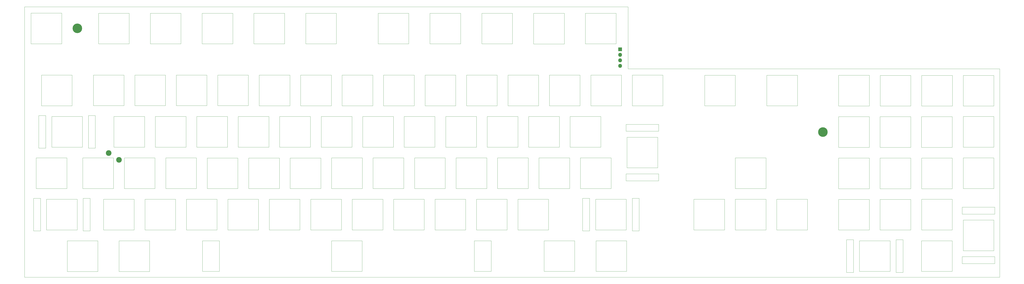
<source format=gbs>
%TF.GenerationSoftware,KiCad,Pcbnew,(5.1.6-0)*%
%TF.CreationDate,2022-03-16T08:36:45+01:00*%
%TF.ProjectId,A500KBPlate,41353030-4b42-4506-9c61-74652e6b6963,rev?*%
%TF.SameCoordinates,Original*%
%TF.FileFunction,Soldermask,Bot*%
%TF.FilePolarity,Negative*%
%FSLAX46Y46*%
G04 Gerber Fmt 4.6, Leading zero omitted, Abs format (unit mm)*
G04 Created by KiCad (PCBNEW (5.1.6-0)) date 2022-03-16 08:36:45*
%MOMM*%
%LPD*%
G01*
G04 APERTURE LIST*
%TA.AperFunction,Profile*%
%ADD10C,0.050000*%
%TD*%
%TA.AperFunction,Profile*%
%ADD11C,0.120000*%
%TD*%
%ADD12C,4.400000*%
%ADD13O,1.800000X1.800000*%
%ADD14R,1.800000X1.800000*%
%ADD15C,2.600000*%
G04 APERTURE END LIST*
D10*
X25400000Y-236220000D02*
X26035000Y-236220000D01*
X25400000Y-360680000D02*
X25400000Y-236220000D01*
X473710000Y-360680000D02*
X25400000Y-360680000D01*
X473710000Y-264795000D02*
X473710000Y-360680000D01*
X302895000Y-264795000D02*
X473710000Y-264795000D01*
X302895000Y-236220000D02*
X302895000Y-264795000D01*
X26035000Y-236220000D02*
X302895000Y-236220000D01*
D11*
%TO.C,MX71*%
X302402400Y-296247600D02*
X316502400Y-296247600D01*
X316502400Y-296247600D02*
X316502400Y-310347600D01*
X316502400Y-310347600D02*
X302402400Y-310347600D01*
X302402400Y-310347600D02*
X302402400Y-296247600D01*
X301952400Y-316297600D02*
X301952400Y-313097600D01*
X316952400Y-316297600D02*
X301952400Y-316297600D01*
X316952400Y-313097600D02*
X316952400Y-316297600D01*
X301952400Y-313097600D02*
X316952400Y-313097600D01*
X316952400Y-293497600D02*
X301952400Y-293497600D01*
X316952400Y-290297600D02*
X316952400Y-293497600D01*
X301952400Y-290297600D02*
X316952400Y-290297600D01*
X301952400Y-293497600D02*
X301952400Y-290297600D01*
%TO.C,MX33*%
X232209000Y-357951800D02*
X232209000Y-343951800D01*
X240009000Y-357951800D02*
X232209000Y-357951800D01*
X240009000Y-343951800D02*
X240009000Y-357951800D01*
X232209000Y-343951800D02*
X240009000Y-343951800D01*
X115009000Y-357951800D02*
X115009000Y-343951800D01*
X107209000Y-357951800D02*
X115009000Y-357951800D01*
X107209000Y-343951800D02*
X107209000Y-357951800D01*
X115009000Y-343951800D02*
X107209000Y-343951800D01*
X166559000Y-343901800D02*
X180659000Y-343901800D01*
X180659000Y-343901800D02*
X180659000Y-358001800D01*
X180659000Y-358001800D02*
X166559000Y-358001800D01*
X166559000Y-358001800D02*
X166559000Y-343901800D01*
%TO.C,MX68*%
X287945600Y-324826400D02*
X302045600Y-324826400D01*
X302045600Y-324826400D02*
X302045600Y-338926400D01*
X302045600Y-338926400D02*
X287945600Y-338926400D01*
X287945600Y-338926400D02*
X287945600Y-324826400D01*
X285195600Y-339376400D02*
X285195600Y-324376400D01*
X281995600Y-339376400D02*
X285195600Y-339376400D01*
X281995600Y-324376400D02*
X281995600Y-339376400D01*
X285195600Y-324376400D02*
X281995600Y-324376400D01*
X304795600Y-339376400D02*
X304795600Y-324376400D01*
X307995600Y-339376400D02*
X304795600Y-339376400D01*
X307995600Y-324376400D02*
X307995600Y-339376400D01*
X304795600Y-324376400D02*
X307995600Y-324376400D01*
%TO.C,MX5*%
X32770400Y-339376400D02*
X32770400Y-324376400D01*
X29570400Y-339376400D02*
X32770400Y-339376400D01*
X29570400Y-324376400D02*
X29570400Y-339376400D01*
X32770400Y-324376400D02*
X29570400Y-324376400D01*
X52370400Y-339376400D02*
X52370400Y-324376400D01*
X55570400Y-339376400D02*
X52370400Y-339376400D01*
X55570400Y-324376400D02*
X55570400Y-339376400D01*
X52370400Y-324376400D02*
X55570400Y-324376400D01*
X35520400Y-324826400D02*
X49620400Y-324826400D01*
X49620400Y-324826400D02*
X49620400Y-338926400D01*
X49620400Y-338926400D02*
X35520400Y-338926400D01*
X35520400Y-338926400D02*
X35520400Y-324826400D01*
%TO.C,MX77*%
X366664400Y-267698000D02*
X380764400Y-267698000D01*
X380764400Y-267698000D02*
X380764400Y-281798000D01*
X380764400Y-281798000D02*
X366664400Y-281798000D01*
X366664400Y-281798000D02*
X366664400Y-267698000D01*
%TO.C,MX73*%
X338064000Y-267698000D02*
X352164000Y-267698000D01*
X352164000Y-267698000D02*
X352164000Y-281798000D01*
X352164000Y-281798000D02*
X338064000Y-281798000D01*
X338064000Y-281798000D02*
X338064000Y-267698000D01*
%TO.C,MX2*%
X33183600Y-267651000D02*
X47283600Y-267651000D01*
X47283600Y-267651000D02*
X47283600Y-281751000D01*
X47283600Y-281751000D02*
X33183600Y-281751000D01*
X33183600Y-281751000D02*
X33183600Y-267651000D01*
%TO.C,MX3*%
X35177050Y-301251000D02*
X35177050Y-286251000D01*
X31977050Y-301251000D02*
X35177050Y-301251000D01*
X31977050Y-286251000D02*
X31977050Y-301251000D01*
X35177050Y-286251000D02*
X31977050Y-286251000D01*
X54777050Y-301251000D02*
X54777050Y-286251000D01*
X57977050Y-301251000D02*
X54777050Y-301251000D01*
X57977050Y-286251000D02*
X57977050Y-301251000D01*
X54777050Y-286251000D02*
X57977050Y-286251000D01*
X37927050Y-286701000D02*
X52027050Y-286701000D01*
X52027050Y-286701000D02*
X52027050Y-300801000D01*
X52027050Y-300801000D02*
X37927050Y-300801000D01*
X37927050Y-300801000D02*
X37927050Y-286701000D01*
%TO.C,MX64*%
X288127600Y-343898000D02*
X302227600Y-343898000D01*
X302227600Y-343898000D02*
X302227600Y-357998000D01*
X302227600Y-357998000D02*
X288127600Y-357998000D01*
X288127600Y-357998000D02*
X288127600Y-343898000D01*
%TO.C,MX59*%
X264251600Y-343898000D02*
X278351600Y-343898000D01*
X278351600Y-343898000D02*
X278351600Y-357998000D01*
X278351600Y-357998000D02*
X264251600Y-357998000D01*
X264251600Y-357998000D02*
X264251600Y-343898000D01*
%TO.C,MX54*%
X283272000Y-239177600D02*
X297372000Y-239177600D01*
X297372000Y-239177600D02*
X297372000Y-253277600D01*
X297372000Y-253277600D02*
X283272000Y-253277600D01*
X283272000Y-253277600D02*
X283272000Y-239177600D01*
%TO.C,MX49*%
X259468000Y-239199200D02*
X273568000Y-239199200D01*
X273568000Y-239199200D02*
X273568000Y-253299200D01*
X273568000Y-253299200D02*
X259468000Y-253299200D01*
X259468000Y-253299200D02*
X259468000Y-239199200D01*
%TO.C,MX44*%
X235621600Y-239177600D02*
X249721600Y-239177600D01*
X249721600Y-239177600D02*
X249721600Y-253277600D01*
X249721600Y-253277600D02*
X235621600Y-253277600D01*
X235621600Y-253277600D02*
X235621600Y-239177600D01*
%TO.C,MX39*%
X211796400Y-239177600D02*
X225896400Y-239177600D01*
X225896400Y-239177600D02*
X225896400Y-253277600D01*
X225896400Y-253277600D02*
X211796400Y-253277600D01*
X211796400Y-253277600D02*
X211796400Y-239177600D01*
%TO.C,MX34*%
X187971200Y-239177600D02*
X202071200Y-239177600D01*
X202071200Y-239177600D02*
X202071200Y-253277600D01*
X202071200Y-253277600D02*
X187971200Y-253277600D01*
X187971200Y-253277600D02*
X187971200Y-239177600D01*
%TO.C,MX28*%
X154697200Y-239177600D02*
X168797200Y-239177600D01*
X168797200Y-239177600D02*
X168797200Y-253277600D01*
X168797200Y-253277600D02*
X154697200Y-253277600D01*
X154697200Y-253277600D02*
X154697200Y-239177600D01*
%TO.C,MX23*%
X130872000Y-239177600D02*
X144972000Y-239177600D01*
X144972000Y-239177600D02*
X144972000Y-253277600D01*
X144972000Y-253277600D02*
X130872000Y-253277600D01*
X130872000Y-253277600D02*
X130872000Y-239177600D01*
%TO.C,MX18*%
X107046800Y-239177600D02*
X121146800Y-239177600D01*
X121146800Y-239177600D02*
X121146800Y-253277600D01*
X121146800Y-253277600D02*
X107046800Y-253277600D01*
X107046800Y-253277600D02*
X107046800Y-239177600D01*
%TO.C,MX13*%
X83221600Y-239177600D02*
X97321600Y-239177600D01*
X97321600Y-239177600D02*
X97321600Y-253277600D01*
X97321600Y-253277600D02*
X83221600Y-253277600D01*
X83221600Y-253277600D02*
X83221600Y-239177600D01*
%TO.C,MX12*%
X68845200Y-343927200D02*
X82945200Y-343927200D01*
X82945200Y-343927200D02*
X82945200Y-358027200D01*
X82945200Y-358027200D02*
X68845200Y-358027200D01*
X68845200Y-358027200D02*
X68845200Y-343927200D01*
%TO.C,MX7*%
X59447200Y-239177600D02*
X73547200Y-239177600D01*
X73547200Y-239177600D02*
X73547200Y-253277600D01*
X73547200Y-253277600D02*
X59447200Y-253277600D01*
X59447200Y-253277600D02*
X59447200Y-239177600D01*
%TO.C,MX6*%
X45041200Y-343948800D02*
X59141200Y-343948800D01*
X59141200Y-343948800D02*
X59141200Y-358048800D01*
X59141200Y-358048800D02*
X45041200Y-358048800D01*
X45041200Y-358048800D02*
X45041200Y-343948800D01*
%TO.C,MX4*%
X30774800Y-305747200D02*
X44874800Y-305747200D01*
X44874800Y-305747200D02*
X44874800Y-319847200D01*
X44874800Y-319847200D02*
X30774800Y-319847200D01*
X30774800Y-319847200D02*
X30774800Y-305747200D01*
%TO.C,MX83*%
X406474250Y-358451800D02*
X406474250Y-343451800D01*
X403274250Y-358451800D02*
X406474250Y-358451800D01*
X403274250Y-343451800D02*
X403274250Y-358451800D01*
X406474250Y-343451800D02*
X403274250Y-343451800D01*
X426074250Y-358451800D02*
X426074250Y-343451800D01*
X429274250Y-358451800D02*
X426074250Y-358451800D01*
X429274250Y-343451800D02*
X429274250Y-358451800D01*
X426074250Y-343451800D02*
X429274250Y-343451800D01*
X409224250Y-343901800D02*
X423324250Y-343901800D01*
X423324250Y-343901800D02*
X423324250Y-358001800D01*
X423324250Y-358001800D02*
X409224250Y-358001800D01*
X409224250Y-358001800D02*
X409224250Y-343901800D01*
%TO.C,MX96*%
X456481800Y-354426800D02*
X456481800Y-351226800D01*
X471481800Y-354426800D02*
X456481800Y-354426800D01*
X471481800Y-351226800D02*
X471481800Y-354426800D01*
X456481800Y-351226800D02*
X471481800Y-351226800D01*
X471481800Y-331626800D02*
X456481800Y-331626800D01*
X471481800Y-328426800D02*
X471481800Y-331626800D01*
X456481800Y-328426800D02*
X471481800Y-328426800D01*
X456481800Y-331626800D02*
X456481800Y-328426800D01*
X456931800Y-334376800D02*
X471031800Y-334376800D01*
X471031800Y-334376800D02*
X471031800Y-348476800D01*
X471031800Y-348476800D02*
X456931800Y-348476800D01*
X456931800Y-348476800D02*
X456931800Y-334376800D01*
%TO.C,MX95*%
X456957200Y-305776400D02*
X471057200Y-305776400D01*
X471057200Y-305776400D02*
X471057200Y-319876400D01*
X471057200Y-319876400D02*
X456957200Y-319876400D01*
X456957200Y-319876400D02*
X456957200Y-305776400D01*
%TO.C,MX94*%
X456957200Y-286726400D02*
X471057200Y-286726400D01*
X471057200Y-286726400D02*
X471057200Y-300826400D01*
X471057200Y-300826400D02*
X456957200Y-300826400D01*
X456957200Y-300826400D02*
X456957200Y-286726400D01*
%TO.C,MX93*%
X456957200Y-267778000D02*
X471057200Y-267778000D01*
X471057200Y-267778000D02*
X471057200Y-281878000D01*
X471057200Y-281878000D02*
X456957200Y-281878000D01*
X456957200Y-281878000D02*
X456957200Y-267778000D01*
%TO.C,MX92*%
X437784400Y-343898000D02*
X451884400Y-343898000D01*
X451884400Y-343898000D02*
X451884400Y-357998000D01*
X451884400Y-357998000D02*
X437784400Y-357998000D01*
X437784400Y-357998000D02*
X437784400Y-343898000D01*
%TO.C,MX91*%
X437805600Y-324826400D02*
X451905600Y-324826400D01*
X451905600Y-324826400D02*
X451905600Y-338926400D01*
X451905600Y-338926400D02*
X437805600Y-338926400D01*
X437805600Y-338926400D02*
X437805600Y-324826400D01*
%TO.C,MX90*%
X437805600Y-305827200D02*
X451905600Y-305827200D01*
X451905600Y-305827200D02*
X451905600Y-319927200D01*
X451905600Y-319927200D02*
X437805600Y-319927200D01*
X437805600Y-319927200D02*
X437805600Y-305827200D01*
%TO.C,MX89*%
X437754800Y-286777200D02*
X451854800Y-286777200D01*
X451854800Y-286777200D02*
X451854800Y-300877200D01*
X451854800Y-300877200D02*
X437754800Y-300877200D01*
X437754800Y-300877200D02*
X437754800Y-286777200D01*
%TO.C,MX88*%
X437856400Y-267778000D02*
X451956400Y-267778000D01*
X451956400Y-267778000D02*
X451956400Y-281878000D01*
X451956400Y-281878000D02*
X437856400Y-281878000D01*
X437856400Y-281878000D02*
X437856400Y-267778000D01*
%TO.C,MX87*%
X418734400Y-324848000D02*
X432834400Y-324848000D01*
X432834400Y-324848000D02*
X432834400Y-338948000D01*
X432834400Y-338948000D02*
X418734400Y-338948000D01*
X418734400Y-338948000D02*
X418734400Y-324848000D01*
%TO.C,MX86*%
X418704800Y-305827200D02*
X432804800Y-305827200D01*
X432804800Y-305827200D02*
X432804800Y-319927200D01*
X432804800Y-319927200D02*
X418704800Y-319927200D01*
X418704800Y-319927200D02*
X418704800Y-305827200D01*
%TO.C,MX85*%
X418704800Y-286777200D02*
X432804800Y-286777200D01*
X432804800Y-286777200D02*
X432804800Y-300877200D01*
X432804800Y-300877200D02*
X418704800Y-300877200D01*
X418704800Y-300877200D02*
X418704800Y-286777200D01*
%TO.C,MX84*%
X418755600Y-267778000D02*
X432855600Y-267778000D01*
X432855600Y-267778000D02*
X432855600Y-281878000D01*
X432855600Y-281878000D02*
X418755600Y-281878000D01*
X418755600Y-281878000D02*
X418755600Y-267778000D01*
%TO.C,MX82*%
X399684400Y-324848000D02*
X413784400Y-324848000D01*
X413784400Y-324848000D02*
X413784400Y-338948000D01*
X413784400Y-338948000D02*
X399684400Y-338948000D01*
X399684400Y-338948000D02*
X399684400Y-324848000D01*
%TO.C,MX81*%
X399654800Y-305827200D02*
X413754800Y-305827200D01*
X413754800Y-305827200D02*
X413754800Y-319927200D01*
X413754800Y-319927200D02*
X399654800Y-319927200D01*
X399654800Y-319927200D02*
X399654800Y-305827200D01*
%TO.C,MX80*%
X399654800Y-286777200D02*
X413754800Y-286777200D01*
X413754800Y-286777200D02*
X413754800Y-300877200D01*
X413754800Y-300877200D02*
X399654800Y-300877200D01*
X399654800Y-300877200D02*
X399654800Y-286777200D01*
%TO.C,MX79*%
X399654800Y-267727200D02*
X413754800Y-267727200D01*
X413754800Y-267727200D02*
X413754800Y-281827200D01*
X413754800Y-281827200D02*
X399654800Y-281827200D01*
X399654800Y-281827200D02*
X399654800Y-267727200D01*
%TO.C,MX78*%
X371206800Y-324826400D02*
X385306800Y-324826400D01*
X385306800Y-324826400D02*
X385306800Y-338926400D01*
X385306800Y-338926400D02*
X371206800Y-338926400D01*
X371206800Y-338926400D02*
X371206800Y-324826400D01*
%TO.C,MX76*%
X352186400Y-324826400D02*
X366286400Y-324826400D01*
X366286400Y-324826400D02*
X366286400Y-338926400D01*
X366286400Y-338926400D02*
X352186400Y-338926400D01*
X352186400Y-338926400D02*
X352186400Y-324826400D01*
%TO.C,MX75*%
X352156800Y-305776400D02*
X366256800Y-305776400D01*
X366256800Y-305776400D02*
X366256800Y-319876400D01*
X366256800Y-319876400D02*
X352156800Y-319876400D01*
X352156800Y-319876400D02*
X352156800Y-305776400D01*
%TO.C,MX74*%
X333106800Y-324826400D02*
X347206800Y-324826400D01*
X347206800Y-324826400D02*
X347206800Y-338926400D01*
X347206800Y-338926400D02*
X333106800Y-338926400D01*
X333106800Y-338926400D02*
X333106800Y-324826400D01*
%TO.C,MX72*%
X304811200Y-267676400D02*
X318911200Y-267676400D01*
X318911200Y-267676400D02*
X318911200Y-281776400D01*
X318911200Y-281776400D02*
X304811200Y-281776400D01*
X304811200Y-281776400D02*
X304811200Y-267676400D01*
%TO.C,MX70*%
X280986000Y-305776400D02*
X295086000Y-305776400D01*
X295086000Y-305776400D02*
X295086000Y-319876400D01*
X295086000Y-319876400D02*
X280986000Y-319876400D01*
X280986000Y-319876400D02*
X280986000Y-305776400D01*
%TO.C,MX69*%
X285761200Y-267676400D02*
X299861200Y-267676400D01*
X299861200Y-267676400D02*
X299861200Y-281776400D01*
X299861200Y-281776400D02*
X285761200Y-281776400D01*
X285761200Y-281776400D02*
X285761200Y-267676400D01*
%TO.C,MX67*%
X261936000Y-305776400D02*
X276036000Y-305776400D01*
X276036000Y-305776400D02*
X276036000Y-319876400D01*
X276036000Y-319876400D02*
X261936000Y-319876400D01*
X261936000Y-319876400D02*
X261936000Y-305776400D01*
%TO.C,MX66*%
X276210800Y-286726400D02*
X290310800Y-286726400D01*
X290310800Y-286726400D02*
X290310800Y-300826400D01*
X290310800Y-300826400D02*
X276210800Y-300826400D01*
X276210800Y-300826400D02*
X276210800Y-286726400D01*
%TO.C,MX65*%
X266711200Y-267676400D02*
X280811200Y-267676400D01*
X280811200Y-267676400D02*
X280811200Y-281776400D01*
X280811200Y-281776400D02*
X266711200Y-281776400D01*
X266711200Y-281776400D02*
X266711200Y-267676400D01*
%TO.C,MX63*%
X252233200Y-324826400D02*
X266333200Y-324826400D01*
X266333200Y-324826400D02*
X266333200Y-338926400D01*
X266333200Y-338926400D02*
X252233200Y-338926400D01*
X252233200Y-338926400D02*
X252233200Y-324826400D01*
%TO.C,MX62*%
X242886000Y-305776400D02*
X256986000Y-305776400D01*
X256986000Y-305776400D02*
X256986000Y-319876400D01*
X256986000Y-319876400D02*
X242886000Y-319876400D01*
X242886000Y-319876400D02*
X242886000Y-305776400D01*
%TO.C,MX61*%
X257160800Y-286726400D02*
X271260800Y-286726400D01*
X271260800Y-286726400D02*
X271260800Y-300826400D01*
X271260800Y-300826400D02*
X257160800Y-300826400D01*
X257160800Y-300826400D02*
X257160800Y-286726400D01*
%TO.C,MX60*%
X247661200Y-267676400D02*
X261761200Y-267676400D01*
X261761200Y-267676400D02*
X261761200Y-281776400D01*
X261761200Y-281776400D02*
X247661200Y-281776400D01*
X247661200Y-281776400D02*
X247661200Y-267676400D01*
%TO.C,MX58*%
X233183200Y-324826400D02*
X247283200Y-324826400D01*
X247283200Y-324826400D02*
X247283200Y-338926400D01*
X247283200Y-338926400D02*
X233183200Y-338926400D01*
X233183200Y-338926400D02*
X233183200Y-324826400D01*
%TO.C,MX57*%
X223836000Y-305776400D02*
X237936000Y-305776400D01*
X237936000Y-305776400D02*
X237936000Y-319876400D01*
X237936000Y-319876400D02*
X223836000Y-319876400D01*
X223836000Y-319876400D02*
X223836000Y-305776400D01*
%TO.C,MX56*%
X238110800Y-286726400D02*
X252210800Y-286726400D01*
X252210800Y-286726400D02*
X252210800Y-300826400D01*
X252210800Y-300826400D02*
X238110800Y-300826400D01*
X238110800Y-300826400D02*
X238110800Y-286726400D01*
%TO.C,MX55*%
X228611200Y-267676400D02*
X242711200Y-267676400D01*
X242711200Y-267676400D02*
X242711200Y-281776400D01*
X242711200Y-281776400D02*
X228611200Y-281776400D01*
X228611200Y-281776400D02*
X228611200Y-267676400D01*
%TO.C,MX53*%
X214133200Y-324826400D02*
X228233200Y-324826400D01*
X228233200Y-324826400D02*
X228233200Y-338926400D01*
X228233200Y-338926400D02*
X214133200Y-338926400D01*
X214133200Y-338926400D02*
X214133200Y-324826400D01*
%TO.C,MX52*%
X204735200Y-305776400D02*
X218835200Y-305776400D01*
X218835200Y-305776400D02*
X218835200Y-319876400D01*
X218835200Y-319876400D02*
X204735200Y-319876400D01*
X204735200Y-319876400D02*
X204735200Y-305776400D01*
%TO.C,MX51*%
X219060800Y-286726400D02*
X233160800Y-286726400D01*
X233160800Y-286726400D02*
X233160800Y-300826400D01*
X233160800Y-300826400D02*
X219060800Y-300826400D01*
X219060800Y-300826400D02*
X219060800Y-286726400D01*
%TO.C,MX50*%
X209561200Y-267676400D02*
X223661200Y-267676400D01*
X223661200Y-267676400D02*
X223661200Y-281776400D01*
X223661200Y-281776400D02*
X209561200Y-281776400D01*
X209561200Y-281776400D02*
X209561200Y-267676400D01*
%TO.C,MX48*%
X195083200Y-324826400D02*
X209183200Y-324826400D01*
X209183200Y-324826400D02*
X209183200Y-338926400D01*
X209183200Y-338926400D02*
X195083200Y-338926400D01*
X195083200Y-338926400D02*
X195083200Y-324826400D01*
%TO.C,MX47*%
X185634400Y-305776400D02*
X199734400Y-305776400D01*
X199734400Y-305776400D02*
X199734400Y-319876400D01*
X199734400Y-319876400D02*
X185634400Y-319876400D01*
X185634400Y-319876400D02*
X185634400Y-305776400D01*
%TO.C,MX46*%
X199960000Y-286726400D02*
X214060000Y-286726400D01*
X214060000Y-286726400D02*
X214060000Y-300826400D01*
X214060000Y-300826400D02*
X199960000Y-300826400D01*
X199960000Y-300826400D02*
X199960000Y-286726400D01*
%TO.C,MX45*%
X190460400Y-267676400D02*
X204560400Y-267676400D01*
X204560400Y-267676400D02*
X204560400Y-281776400D01*
X204560400Y-281776400D02*
X190460400Y-281776400D01*
X190460400Y-281776400D02*
X190460400Y-267676400D01*
%TO.C,MX43*%
X176062800Y-324826400D02*
X190162800Y-324826400D01*
X190162800Y-324826400D02*
X190162800Y-338926400D01*
X190162800Y-338926400D02*
X176062800Y-338926400D01*
X176062800Y-338926400D02*
X176062800Y-324826400D01*
%TO.C,MX42*%
X166584400Y-305776400D02*
X180684400Y-305776400D01*
X180684400Y-305776400D02*
X180684400Y-319876400D01*
X180684400Y-319876400D02*
X166584400Y-319876400D01*
X166584400Y-319876400D02*
X166584400Y-305776400D01*
%TO.C,MX41*%
X180910000Y-286726400D02*
X195010000Y-286726400D01*
X195010000Y-286726400D02*
X195010000Y-300826400D01*
X195010000Y-300826400D02*
X180910000Y-300826400D01*
X180910000Y-300826400D02*
X180910000Y-286726400D01*
%TO.C,MX40*%
X171410400Y-267676400D02*
X185510400Y-267676400D01*
X185510400Y-267676400D02*
X185510400Y-281776400D01*
X185510400Y-281776400D02*
X171410400Y-281776400D01*
X171410400Y-281776400D02*
X171410400Y-267676400D01*
%TO.C,MX38*%
X157034000Y-324826400D02*
X171134000Y-324826400D01*
X171134000Y-324826400D02*
X171134000Y-338926400D01*
X171134000Y-338926400D02*
X157034000Y-338926400D01*
X157034000Y-338926400D02*
X157034000Y-324826400D01*
%TO.C,MX37*%
X147513200Y-305798000D02*
X161613200Y-305798000D01*
X161613200Y-305798000D02*
X161613200Y-319898000D01*
X161613200Y-319898000D02*
X147513200Y-319898000D01*
X147513200Y-319898000D02*
X147513200Y-305798000D01*
%TO.C,MX36*%
X161860000Y-286726400D02*
X175960000Y-286726400D01*
X175960000Y-286726400D02*
X175960000Y-300826400D01*
X175960000Y-300826400D02*
X161860000Y-300826400D01*
X161860000Y-300826400D02*
X161860000Y-286726400D01*
%TO.C,MX35*%
X152360400Y-267676400D02*
X166460400Y-267676400D01*
X166460400Y-267676400D02*
X166460400Y-281776400D01*
X166460400Y-281776400D02*
X152360400Y-281776400D01*
X152360400Y-281776400D02*
X152360400Y-267676400D01*
%TO.C,MX32*%
X137933200Y-324826400D02*
X152033200Y-324826400D01*
X152033200Y-324826400D02*
X152033200Y-338926400D01*
X152033200Y-338926400D02*
X137933200Y-338926400D01*
X137933200Y-338926400D02*
X137933200Y-324826400D01*
%TO.C,MX31*%
X128484400Y-305798000D02*
X142584400Y-305798000D01*
X142584400Y-305798000D02*
X142584400Y-319898000D01*
X142584400Y-319898000D02*
X128484400Y-319898000D01*
X128484400Y-319898000D02*
X128484400Y-305798000D01*
%TO.C,MX30*%
X142708400Y-286726400D02*
X156808400Y-286726400D01*
X156808400Y-286726400D02*
X156808400Y-300826400D01*
X156808400Y-300826400D02*
X142708400Y-300826400D01*
X142708400Y-300826400D02*
X142708400Y-286726400D01*
%TO.C,MX29*%
X133289200Y-267647200D02*
X147389200Y-267647200D01*
X147389200Y-267647200D02*
X147389200Y-281747200D01*
X147389200Y-281747200D02*
X133289200Y-281747200D01*
X133289200Y-281747200D02*
X133289200Y-267647200D01*
%TO.C,MX27*%
X118883200Y-324826400D02*
X132983200Y-324826400D01*
X132983200Y-324826400D02*
X132983200Y-338926400D01*
X132983200Y-338926400D02*
X118883200Y-338926400D01*
X118883200Y-338926400D02*
X118883200Y-324826400D01*
%TO.C,MX26*%
X109404800Y-305798000D02*
X123504800Y-305798000D01*
X123504800Y-305798000D02*
X123504800Y-319898000D01*
X123504800Y-319898000D02*
X109404800Y-319898000D01*
X109404800Y-319898000D02*
X109404800Y-305798000D01*
%TO.C,MX25*%
X123658400Y-286726400D02*
X137758400Y-286726400D01*
X137758400Y-286726400D02*
X137758400Y-300826400D01*
X137758400Y-300826400D02*
X123658400Y-300826400D01*
X123658400Y-300826400D02*
X123658400Y-286726400D01*
%TO.C,MX24*%
X114209600Y-267625600D02*
X128309600Y-267625600D01*
X128309600Y-267625600D02*
X128309600Y-281725600D01*
X128309600Y-281725600D02*
X114209600Y-281725600D01*
X114209600Y-281725600D02*
X114209600Y-267625600D01*
%TO.C,MX22*%
X99833200Y-324826400D02*
X113933200Y-324826400D01*
X113933200Y-324826400D02*
X113933200Y-338926400D01*
X113933200Y-338926400D02*
X99833200Y-338926400D01*
X99833200Y-338926400D02*
X99833200Y-324826400D01*
%TO.C,MX21*%
X90333600Y-305776400D02*
X104433600Y-305776400D01*
X104433600Y-305776400D02*
X104433600Y-319876400D01*
X104433600Y-319876400D02*
X90333600Y-319876400D01*
X90333600Y-319876400D02*
X90333600Y-305776400D01*
%TO.C,MX20*%
X104608400Y-286701000D02*
X118708400Y-286701000D01*
X118708400Y-286701000D02*
X118708400Y-300801000D01*
X118708400Y-300801000D02*
X104608400Y-300801000D01*
X104608400Y-300801000D02*
X104608400Y-286701000D01*
%TO.C,MX19*%
X95159600Y-267625600D02*
X109259600Y-267625600D01*
X109259600Y-267625600D02*
X109259600Y-281725600D01*
X109259600Y-281725600D02*
X95159600Y-281725600D01*
X95159600Y-281725600D02*
X95159600Y-267625600D01*
%TO.C,MX17*%
X80783200Y-324826400D02*
X94883200Y-324826400D01*
X94883200Y-324826400D02*
X94883200Y-338926400D01*
X94883200Y-338926400D02*
X80783200Y-338926400D01*
X80783200Y-338926400D02*
X80783200Y-324826400D01*
%TO.C,MX16*%
X71283600Y-305776400D02*
X85383600Y-305776400D01*
X85383600Y-305776400D02*
X85383600Y-319876400D01*
X85383600Y-319876400D02*
X71283600Y-319876400D01*
X71283600Y-319876400D02*
X71283600Y-305776400D01*
%TO.C,MX15*%
X85558400Y-286701000D02*
X99658400Y-286701000D01*
X99658400Y-286701000D02*
X99658400Y-300801000D01*
X99658400Y-300801000D02*
X85558400Y-300801000D01*
X85558400Y-300801000D02*
X85558400Y-286701000D01*
%TO.C,MX14*%
X76109600Y-267625600D02*
X90209600Y-267625600D01*
X90209600Y-267625600D02*
X90209600Y-281725600D01*
X90209600Y-281725600D02*
X76109600Y-281725600D01*
X76109600Y-281725600D02*
X76109600Y-267625600D01*
%TO.C,MX11*%
X61733200Y-324826400D02*
X75833200Y-324826400D01*
X75833200Y-324826400D02*
X75833200Y-338926400D01*
X75833200Y-338926400D02*
X61733200Y-338926400D01*
X61733200Y-338926400D02*
X61733200Y-324826400D01*
%TO.C,MX10*%
X52212400Y-305747200D02*
X66312400Y-305747200D01*
X66312400Y-305747200D02*
X66312400Y-319847200D01*
X66312400Y-319847200D02*
X52212400Y-319847200D01*
X52212400Y-319847200D02*
X52212400Y-305747200D01*
%TO.C,MX9*%
X66487200Y-286697200D02*
X80587200Y-286697200D01*
X80587200Y-286697200D02*
X80587200Y-300797200D01*
X80587200Y-300797200D02*
X66487200Y-300797200D01*
X66487200Y-300797200D02*
X66487200Y-286697200D01*
%TO.C,MX8*%
X57059600Y-267625600D02*
X71159600Y-267625600D01*
X71159600Y-267625600D02*
X71159600Y-281725600D01*
X71159600Y-281725600D02*
X57059600Y-281725600D01*
X57059600Y-281725600D02*
X57059600Y-267625600D01*
%TO.C,MX1*%
X28408400Y-239126800D02*
X42508400Y-239126800D01*
X42508400Y-239126800D02*
X42508400Y-253226800D01*
X42508400Y-253226800D02*
X28408400Y-253226800D01*
X28408400Y-253226800D02*
X28408400Y-239126800D01*
%TD*%
D12*
%TO.C,H4*%
X392450000Y-293850000D03*
%TD*%
%TO.C,H3*%
X49750000Y-246150000D03*
%TD*%
D13*
%TO.C,J1*%
X299212000Y-263398000D03*
X299212000Y-260858000D03*
X299212000Y-258318000D03*
D14*
X299212000Y-255778000D03*
%TD*%
D15*
%TO.C,H2*%
X68834000Y-306705000D03*
%TD*%
%TO.C,H1*%
X64135000Y-303530000D03*
%TD*%
M02*

</source>
